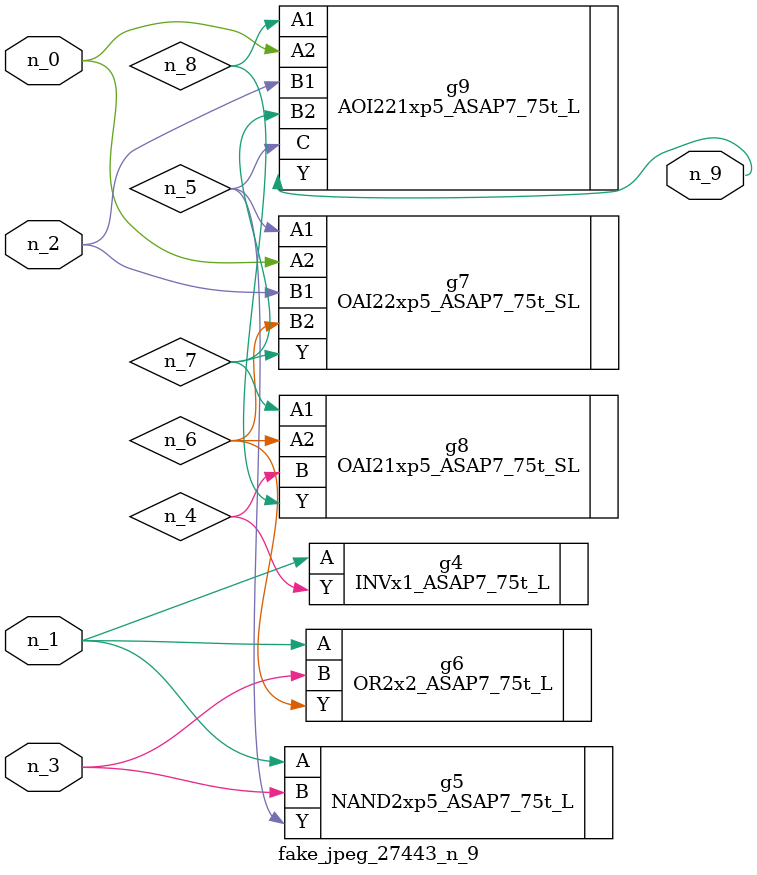
<source format=v>
module fake_jpeg_27443_n_9 (n_0, n_3, n_2, n_1, n_9);

input n_0;
input n_3;
input n_2;
input n_1;

output n_9;

wire n_4;
wire n_8;
wire n_6;
wire n_5;
wire n_7;

INVx1_ASAP7_75t_L g4 ( 
.A(n_1),
.Y(n_4)
);

NAND2xp5_ASAP7_75t_L g5 ( 
.A(n_1),
.B(n_3),
.Y(n_5)
);

OR2x2_ASAP7_75t_L g6 ( 
.A(n_1),
.B(n_3),
.Y(n_6)
);

OAI22xp5_ASAP7_75t_SL g7 ( 
.A1(n_5),
.A2(n_0),
.B1(n_2),
.B2(n_6),
.Y(n_7)
);

OAI21xp5_ASAP7_75t_SL g8 ( 
.A1(n_7),
.A2(n_6),
.B(n_4),
.Y(n_8)
);

AOI221xp5_ASAP7_75t_L g9 ( 
.A1(n_8),
.A2(n_0),
.B1(n_2),
.B2(n_7),
.C(n_5),
.Y(n_9)
);


endmodule
</source>
